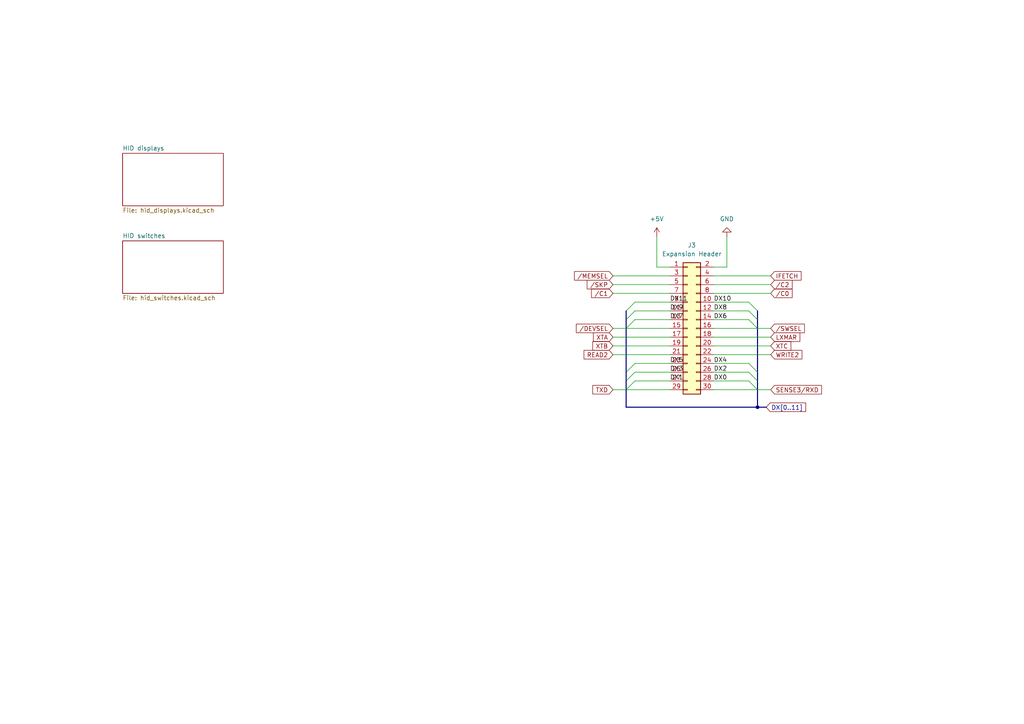
<source format=kicad_sch>
(kicad_sch (version 20250114) (generator "eeschema") (generator_version "9.0")
  (paper "A4")
  (title_block (title "IM6100 HID") (comment 1 "Connector to sampler mini board"))
  (lib_symbols
    (symbol "Connector_Generic:Conn_02x15_Odd_Even" (pin_names (offset 1.016) (hide yes))
      (property "Reference" "J" (at 1.27 20.32 0))
      (property "Value" "Conn_02x15_Odd_Even" (at 1.27 -20.32 0))
      (symbol "Conn_02x15_Odd_Even_1_1"
        (rectangle (start -1.27 19.05) (end 3.81 -19.05) (stroke (width 0.254)) (fill (type background)))
        (rectangle (start -1.27 17.907) (end 0 17.653) (stroke (width 0.1524)))
        (rectangle (start -1.27 15.367) (end 0 15.113) (stroke (width 0.1524)))
        (rectangle (start -1.27 12.827) (end 0 12.573) (stroke (width 0.1524)))
        (rectangle (start -1.27 10.287) (end 0 10.033) (stroke (width 0.1524)))
        (rectangle (start -1.27 7.747) (end 0 7.493) (stroke (width 0.1524)))
        (rectangle (start -1.27 5.207) (end 0 4.953) (stroke (width 0.1524)))
        (rectangle (start -1.27 2.667) (end 0 2.413) (stroke (width 0.1524)))
        (rectangle (start -1.27 0.127) (end 0 -0.127) (stroke (width 0.1524)))
        (rectangle (start -1.27 -2.413) (end 0 -2.667) (stroke (width 0.1524)))
        (rectangle (start -1.27 -4.953) (end 0 -5.207) (stroke (width 0.1524)))
        (rectangle (start -1.27 -7.493) (end 0 -7.747) (stroke (width 0.1524)))
        (rectangle (start -1.27 -10.033) (end 0 -10.287) (stroke (width 0.1524)))
        (rectangle (start -1.27 -12.573) (end 0 -12.827) (stroke (width 0.1524)))
        (rectangle (start -1.27 -15.113) (end 0 -15.367) (stroke (width 0.1524)))
        (rectangle (start -1.27 -17.653) (end 0 -17.907) (stroke (width 0.1524)))
        (rectangle (start 3.81 17.907) (end 2.54 17.653) (stroke (width 0.1524)))
        (rectangle (start 3.81 15.367) (end 2.54 15.113) (stroke (width 0.1524)))
        (rectangle (start 3.81 12.827) (end 2.54 12.573) (stroke (width 0.1524)))
        (rectangle (start 3.81 10.287) (end 2.54 10.033) (stroke (width 0.1524)))
        (rectangle (start 3.81 7.747) (end 2.54 7.493) (stroke (width 0.1524)))
        (rectangle (start 3.81 5.207) (end 2.54 4.953) (stroke (width 0.1524)))
        (rectangle (start 3.81 2.667) (end 2.54 2.413) (stroke (width 0.1524)))
        (rectangle (start 3.81 0.127) (end 2.54 -0.127) (stroke (width 0.1524)))
        (rectangle (start 3.81 -2.413) (end 2.54 -2.667) (stroke (width 0.1524)))
        (rectangle (start 3.81 -4.953) (end 2.54 -5.207) (stroke (width 0.1524)))
        (rectangle (start 3.81 -7.493) (end 2.54 -7.747) (stroke (width 0.1524)))
        (rectangle (start 3.81 -10.033) (end 2.54 -10.287) (stroke (width 0.1524)))
        (rectangle (start 3.81 -12.573) (end 2.54 -12.827) (stroke (width 0.1524)))
        (rectangle (start 3.81 -15.113) (end 2.54 -15.367) (stroke (width 0.1524)))
        (rectangle (start 3.81 -17.653) (end 2.54 -17.907) (stroke (width 0.1524)))
        (pin passive line (at -5.08 17.78 0) (length 3.81) (name "Pin_1") (number "1"))
        (pin passive line (at -5.08 15.24 0) (length 3.81) (name "Pin_3") (number "3"))
        (pin passive line (at -5.08 12.7 0) (length 3.81) (name "Pin_5") (number "5"))
        (pin passive line (at -5.08 10.16 0) (length 3.81) (name "Pin_7") (number "7"))
        (pin passive line (at -5.08 7.62 0) (length 3.81) (name "Pin_9") (number "9"))
        (pin passive line (at -5.08 5.08 0) (length 3.81) (name "Pin_11") (number "11"))
        (pin passive line (at -5.08 2.54 0) (length 3.81) (name "Pin_13") (number "13"))
        (pin passive line (at -5.08 0 0) (length 3.81) (name "Pin_15") (number "15"))
        (pin passive line (at -5.08 -2.54 0) (length 3.81) (name "Pin_17") (number "17"))
        (pin passive line (at -5.08 -5.08 0) (length 3.81) (name "Pin_19") (number "19"))
        (pin passive line (at -5.08 -7.62 0) (length 3.81) (name "Pin_21") (number "21"))
        (pin passive line (at -5.08 -10.16 0) (length 3.81) (name "Pin_23") (number "23"))
        (pin passive line (at -5.08 -12.7 0) (length 3.81) (name "Pin_25") (number "25"))
        (pin passive line (at -5.08 -15.24 0) (length 3.81) (name "Pin_27") (number "27"))
        (pin passive line (at -5.08 -17.78 0) (length 3.81) (name "Pin_29") (number "29"))
        (pin passive line (at 7.62 17.78 180) (length 3.81) (name "Pin_2") (number "2"))
        (pin passive line (at 7.62 15.24 180) (length 3.81) (name "Pin_4") (number "4"))
        (pin passive line (at 7.62 12.7 180) (length 3.81) (name "Pin_6") (number "6"))
        (pin passive line (at 7.62 10.16 180) (length 3.81) (name "Pin_8") (number "8"))
        (pin passive line (at 7.62 7.62 180) (length 3.81) (name "Pin_10") (number "10"))
        (pin passive line (at 7.62 5.08 180) (length 3.81) (name "Pin_12") (number "12"))
        (pin passive line (at 7.62 2.54 180) (length 3.81) (name "Pin_14") (number "14"))
        (pin passive line (at 7.62 0 180) (length 3.81) (name "Pin_16") (number "16"))
        (pin passive line (at 7.62 -2.54 180) (length 3.81) (name "Pin_18") (number "18"))
        (pin passive line (at 7.62 -5.08 180) (length 3.81) (name "Pin_20") (number "20"))
        (pin passive line (at 7.62 -7.62 180) (length 3.81) (name "Pin_22") (number "22"))
        (pin passive line (at 7.62 -10.16 180) (length 3.81) (name "Pin_24") (number "24"))
        (pin passive line (at 7.62 -12.7 180) (length 3.81) (name "Pin_26") (number "26"))
        (pin passive line (at 7.62 -15.24 180) (length 3.81) (name "Pin_28") (number "28"))
        (pin passive line (at 7.62 -17.78 180) (length 3.81) (name "Pin_30") (number "30"))
      )
    )
    (symbol "power:+5V" (power) (pin_numbers (hide yes)) (pin_names (offset 0) (hide yes))
      (property "Value" "+5V" (at 0 3.556 0))
      (symbol "+5V_0_1"
        (polyline (pts (xy -0.762 1.27) (xy 0 2.54)))
        (polyline (pts (xy 0 2.54) (xy 0.762 1.27)))
        (polyline (pts (xy 0 0) (xy 0 2.54)))
      )
      (symbol "+5V_1_1"
        (pin power_in line (at 0 0 90) (length 0) (name "~") (number "1"))
      )
    )
    (symbol "power:GND" (power) (pin_numbers (hide yes)) (pin_names (offset 0) (hide yes))
      (property "Value" "GND" (at 0 -3.81 0))
      (symbol "GND_0_1"
        (polyline (pts (xy 0 0) (xy 0 -1.27) (xy 1.27 -1.27) (xy 0 -2.54) (xy -1.27 -1.27) (xy 0 -1.27)))
      )
      (symbol "GND_1_1"
        (pin power_in line (at 0 0 270) (length 0) (name "~") (number "1"))
      )
    )
  )
  (junction (at 219.71 118.11))
  (bus_entry (at 219.71 113.03) (size -2.54 -2.54))
  (bus_entry (at 219.71 90.17) (size -2.54 -2.54))
  (bus_entry (at 219.71 95.25) (size -2.54 -2.54))
  (bus_entry (at 181.61 90.17) (size 2.54 -2.54))
  (bus_entry (at 181.61 92.71) (size 2.54 -2.54))
  (bus_entry (at 219.71 92.71) (size -2.54 -2.54))
  (bus_entry (at 219.71 107.95) (size -2.54 -2.54))
  (bus_entry (at 181.61 107.95) (size 2.54 -2.54))
  (bus_entry (at 219.71 110.49) (size -2.54 -2.54))
  (bus_entry (at 181.61 110.49) (size 2.54 -2.54))
  (bus_entry (at 181.61 95.25) (size 2.54 -2.54))
  (bus_entry (at 181.61 113.03) (size 2.54 -2.54))
  (bus (pts (xy 181.61 107.95) (xy 181.61 110.49)))
  (wire (pts (xy 207.01 102.87) (xy 223.52 102.87)))
  (bus (pts (xy 219.71 92.71) (xy 219.71 95.25)))
  (bus (pts (xy 219.71 90.17) (xy 219.71 92.71)))
  (wire (pts (xy 210.82 77.47) (xy 210.82 68.58)))
  (wire (pts (xy 184.15 105.41) (xy 194.31 105.41)))
  (bus (pts (xy 181.61 90.17) (xy 181.61 92.71)))
  (wire (pts (xy 184.15 110.49) (xy 194.31 110.49)))
  (wire (pts (xy 207.01 107.95) (xy 217.17 107.95)))
  (wire (pts (xy 184.15 92.71) (xy 194.31 92.71)))
  (bus (pts (xy 181.61 113.03) (xy 181.61 118.11)))
  (wire (pts (xy 177.8 82.55) (xy 194.31 82.55)))
  (wire (pts (xy 177.8 102.87) (xy 194.31 102.87)))
  (wire (pts (xy 181.61 113.03) (xy 194.31 113.03)))
  (wire (pts (xy 207.01 110.49) (xy 217.17 110.49)))
  (bus (pts (xy 219.71 107.95) (xy 219.71 110.49)))
  (wire (pts (xy 190.5 77.47) (xy 194.31 77.47)))
  (bus (pts (xy 219.71 110.49) (xy 219.71 113.03)))
  (bus (pts (xy 181.61 92.71) (xy 181.61 95.25)))
  (wire (pts (xy 207.01 90.17) (xy 217.17 90.17)))
  (wire (pts (xy 207.01 97.79) (xy 223.52 97.79)))
  (bus (pts (xy 219.71 118.11) (xy 219.71 113.03)))
  (wire (pts (xy 207.01 85.09) (xy 223.52 85.09)))
  (bus (pts (xy 219.71 95.25) (xy 219.71 107.95)))
  (wire (pts (xy 184.15 107.95) (xy 194.31 107.95)))
  (wire (pts (xy 177.8 97.79) (xy 194.31 97.79)))
  (bus (pts (xy 181.61 118.11) (xy 219.71 118.11)))
  (wire (pts (xy 207.01 77.47) (xy 210.82 77.47)))
  (wire (pts (xy 207.01 105.41) (xy 217.17 105.41)))
  (bus (pts (xy 181.61 95.25) (xy 181.61 107.95)))
  (wire (pts (xy 207.01 92.71) (xy 217.17 92.71)))
  (wire (pts (xy 207.01 100.33) (xy 223.52 100.33)))
  (wire (pts (xy 177.8 95.25) (xy 181.61 95.25)))
  (wire (pts (xy 177.8 80.01) (xy 194.31 80.01)))
  (wire (pts (xy 219.71 113.03) (xy 223.52 113.03)))
  (wire (pts (xy 207.01 87.63) (xy 217.17 87.63)))
  (wire (pts (xy 190.5 77.47) (xy 190.5 68.58)))
  (bus (pts (xy 181.61 110.49) (xy 181.61 113.03)))
  (bus (pts (xy 222.25 118.11) (xy 219.71 118.11)))
  (wire (pts (xy 177.8 85.09) (xy 194.31 85.09)))
  (wire (pts (xy 184.15 90.17) (xy 194.31 90.17)))
  (wire (pts (xy 207.01 113.03) (xy 219.71 113.03)))
  (wire (pts (xy 181.61 95.25) (xy 194.31 95.25)))
  (wire (pts (xy 207.01 95.25) (xy 219.71 95.25)))
  (wire (pts (xy 177.8 113.03) (xy 181.61 113.03)))
  (wire (pts (xy 207.01 80.01) (xy 223.52 80.01)))
  (wire (pts (xy 219.71 95.25) (xy 223.52 95.25)))
  (wire (pts (xy 207.01 82.55) (xy 223.52 82.55)))
  (wire (pts (xy 177.8 100.33) (xy 194.31 100.33)))
  (wire (pts (xy 184.15 87.63) (xy 194.31 87.63)))
  (label "DX9" (at 194.31 90.17 0))
  (label "DX10" (at 207.01 87.63 0))
  (label "DX5" (at 194.31 105.41 0))
  (label "DX0" (at 207.01 110.49 0))
  (label "DX3" (at 194.31 107.95 0))
  (label "DX1" (at 194.31 110.49 0))
  (label "DX6" (at 207.01 92.71 0))
  (label "DX7" (at 194.31 92.71 0))
  (label "DX11" (at 194.31 87.63 0))
  (label "DX8" (at 207.01 90.17 0))
  (label "DX4" (at 207.01 105.41 0))
  (label "DX2" (at 207.01 107.95 0))
  (global_label "/C0" (shape input) (at 223.52 85.09 0) (property "Intersheetrefs" "${INTERSHEET_REFS}" (effects (hide yes))))
  (global_label "/DEVSEL" (shape input) (at 177.8 95.25 180) (property "Intersheetrefs" "${INTERSHEET_REFS}" (effects (hide yes))))
  (global_label "XTC" (shape input) (at 223.52 100.33 0) (property "Intersheetrefs" "${INTERSHEET_REFS}" (effects (hide yes))))
  (global_label "DX[0..11]" (shape input) (at 222.25 118.11 0) (property "Intersheetrefs" "${INTERSHEET_REFS}" (effects (hide yes))))
  (global_label "READ2" (shape input) (at 177.8 102.87 180) (property "Intersheetrefs" "${INTERSHEET_REFS}" (effects (hide yes))))
  (global_label "IFETCH" (shape input) (at 223.52 80.01 0) (property "Intersheetrefs" "${INTERSHEET_REFS}" (effects (hide yes))))
  (global_label "XTB" (shape input) (at 177.8 100.33 180) (property "Intersheetrefs" "${INTERSHEET_REFS}" (effects (hide yes))))
  (global_label "XTA" (shape input) (at 177.8 97.79 180) (property "Intersheetrefs" "${INTERSHEET_REFS}" (effects (hide yes))))
  (global_label "/C2" (shape input) (at 223.52 82.55 0) (property "Intersheetrefs" "${INTERSHEET_REFS}" (effects (hide yes))))
  (global_label "/SWSEL" (shape input) (at 223.52 95.25 0) (property "Intersheetrefs" "${INTERSHEET_REFS}" (effects (hide yes))))
  (global_label "TXD" (shape input) (at 177.8 113.03 180) (property "Intersheetrefs" "${INTERSHEET_REFS}" (effects (hide yes))))
  (global_label "WRITE2" (shape input) (at 223.52 102.87 0) (property "Intersheetrefs" "${INTERSHEET_REFS}" (effects (hide yes))))
  (global_label "/C1" (shape input) (at 177.8 85.09 180) (property "Intersheetrefs" "${INTERSHEET_REFS}" (effects (hide yes))))
  (global_label "/SKP" (shape input) (at 177.8 82.55 180) (property "Intersheetrefs" "${INTERSHEET_REFS}" (effects (hide yes))))
  (global_label "SENSE3/RXD" (shape input) (at 223.52 113.03 0) (property "Intersheetrefs" "${INTERSHEET_REFS}" (effects (hide yes))))
  (global_label "/MEMSEL" (shape input) (at 177.8 80.01 180) (property "Intersheetrefs" "${INTERSHEET_REFS}" (effects (hide yes))))
  (global_label "LXMAR" (shape input) (at 223.52 97.79 0) (property "Intersheetrefs" "${INTERSHEET_REFS}" (effects (hide yes))))
  (symbol (lib_id "power:+5V") (at 190.5 68.58 0) (unit 1)
    (property "Reference" "#PWR039" (effects (hide yes)))
    (property "Value" "+5V" (at 190.5 63.5 0))
    (property "Description" "Power symbol creates a global label with name \"+5V\"" (effects (hide yes)))
  )
  (symbol (lib_id "power:GND") (at 210.82 68.58 180) (unit 1)
    (property "Reference" "#PWR040" (effects (hide yes)))
    (property "Value" "GND" (at 210.82 63.5 0))
    (property "Description" "Power symbol creates a global label with name \"GND\" , ground" (effects (hide yes)))
  )
  (symbol (lib_id "Connector_Generic:Conn_02x15_Odd_Even") (at 199.39 95.25 0) (unit 1)
    (property "Reference" "J3" (at 200.66 71.12 0))
    (property "Value" "Expansion Header" (at 200.66 73.66 0))
    (property "Footprint" "Connector_IDC:IDC-Header_2x15_P2.54mm_Vertical" (effects (hide yes)))
    (property "Description" "Generic connector, double row, 02x15, odd/even pin numbering scheme (row 1 odd numbers, row 2 even numbers), script generated (kicad-library-utils/schlib/autogen/connector/)" (effects (hide yes)))
  )
  (sheet (at 35.56 69.85) (size 29.21 15.24) (stroke (width 0.1524))
    (property "Sheetname" "HID switches" (at 35.56 69.1384 0) (effects (justify left bottom)))
    (property "Sheetfile" "hid_switches.kicad_sch" (at 35.56 85.6746 0) (effects (justify left top)))
  )
  (sheet (at 35.56 44.45) (size 29.21 15.24) (stroke (width 0.1524))
    (property "Sheetname" "HID displays" (at 35.56 43.7384 0) (effects (justify left bottom)))
    (property "Sheetfile" "hid_displays.kicad_sch" (at 35.56 60.2746 0) (effects (justify left top)))
  )
)
</source>
